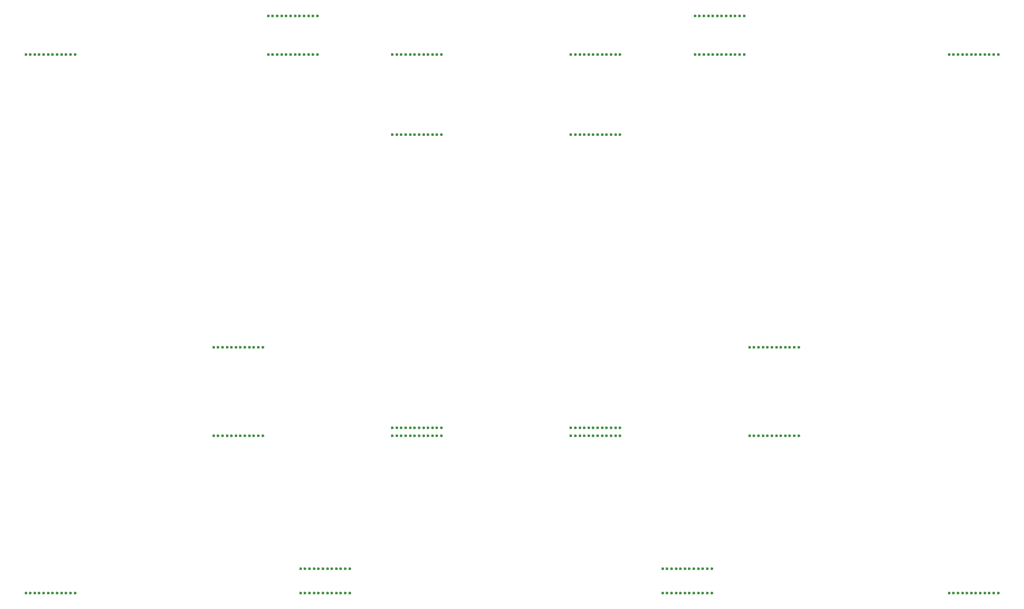
<source format=gbr>
%TF.GenerationSoftware,KiCad,Pcbnew,(6.0.1)*%
%TF.CreationDate,2022-02-27T14:43:08+09:00*%
%TF.ProjectId,ergotonic_f24_parts,6572676f-746f-46e6-9963-5f6632345f70,rev?*%
%TF.SameCoordinates,Original*%
%TF.FileFunction,Soldermask,Bot*%
%TF.FilePolarity,Negative*%
%FSLAX46Y46*%
G04 Gerber Fmt 4.6, Leading zero omitted, Abs format (unit mm)*
G04 Created by KiCad (PCBNEW (6.0.1)) date 2022-02-27 14:43:08*
%MOMM*%
%LPD*%
G01*
G04 APERTURE LIST*
%ADD10C,0.600000*%
G04 APERTURE END LIST*
D10*
%TO.C,mb4*%
X37908000Y-110021000D03*
X39708000Y-110021000D03*
X38808000Y-110021000D03*
X31608000Y-110021000D03*
X37008000Y-110021000D03*
X33408000Y-110021000D03*
X41508000Y-110021000D03*
X36108000Y-110021000D03*
X40608000Y-110021000D03*
X32508000Y-110021000D03*
X34308000Y-110021000D03*
X35208000Y-110021000D03*
%TD*%
%TO.C,mb23*%
X39922000Y-6179000D03*
X39022000Y-6179000D03*
X41722000Y-6179000D03*
X46222000Y-6179000D03*
X48022000Y-6179000D03*
X45322000Y-6179000D03*
X43522000Y-6179000D03*
X40822000Y-6179000D03*
X38122000Y-6179000D03*
X47122000Y-6179000D03*
X42622000Y-6179000D03*
X44422000Y-6179000D03*
%TD*%
%TO.C,mb13*%
X50043000Y-83139000D03*
X54543000Y-83139000D03*
X59043000Y-83139000D03*
X49143000Y-83139000D03*
X58143000Y-83139000D03*
X50943000Y-83139000D03*
X56343000Y-83139000D03*
X52743000Y-83139000D03*
X57243000Y-83139000D03*
X51843000Y-83139000D03*
X55443000Y-83139000D03*
X53643000Y-83139000D03*
%TD*%
%TO.C,mb8*%
X-94054000Y-114899000D03*
X-86854000Y-114899000D03*
X-94954000Y-114899000D03*
X-89554000Y-114899000D03*
X-91354000Y-114899000D03*
X-93154000Y-114899000D03*
X-95854000Y-114899000D03*
X-92254000Y-114899000D03*
X-87754000Y-114899000D03*
X-90454000Y-114899000D03*
X-88654000Y-114899000D03*
X-96754000Y-114899000D03*
%TD*%
%TO.C,mb21*%
X99249000Y-6179000D03*
X89349000Y-6179000D03*
X93849000Y-6179000D03*
X91149000Y-6179000D03*
X97449000Y-6179000D03*
X90249000Y-6179000D03*
X96549000Y-6179000D03*
X95649000Y-6179000D03*
X94749000Y-6179000D03*
X92949000Y-6179000D03*
X98349000Y-6179000D03*
X92049000Y-6179000D03*
%TD*%
%TO.C,mb29*%
X-39779000Y-6179000D03*
X-43379000Y-6179000D03*
X-41579000Y-6179000D03*
X-45179000Y-6179000D03*
X-37979000Y-6179000D03*
X-47879000Y-6179000D03*
X-42479000Y-6179000D03*
X-46079000Y-6179000D03*
X-44279000Y-6179000D03*
X-40679000Y-6179000D03*
X-46979000Y-6179000D03*
X-38879000Y-6179000D03*
%TD*%
%TO.C,mb15*%
X-58901000Y-83139000D03*
X-52601000Y-83139000D03*
X-51701000Y-83139000D03*
X-50801000Y-83139000D03*
X-49901000Y-83139000D03*
X-49001000Y-83139000D03*
X-56201000Y-83139000D03*
X-57101000Y-83139000D03*
X-58001000Y-83139000D03*
X-53501000Y-83139000D03*
X-55301000Y-83139000D03*
X-54401000Y-83139000D03*
%TD*%
%TO.C,mb17*%
X17621000Y-22394000D03*
X14021000Y-22394000D03*
X14921000Y-22394000D03*
X18521000Y-22394000D03*
X19421000Y-22394000D03*
X22121000Y-22394000D03*
X20321000Y-22394000D03*
X21221000Y-22394000D03*
X16721000Y-22394000D03*
X13121000Y-22394000D03*
X23021000Y-22394000D03*
X15821000Y-22394000D03*
%TD*%
%TO.C,mb26*%
X39021000Y1621000D03*
X38121000Y1621000D03*
X42621000Y1621000D03*
X45321000Y1621000D03*
X44421000Y1621000D03*
X47121000Y1621000D03*
X43521000Y1621000D03*
X41721000Y1621000D03*
X39921000Y1621000D03*
X48021000Y1621000D03*
X46221000Y1621000D03*
X40821000Y1621000D03*
%TD*%
%TO.C,mb12*%
X-21079000Y-81539000D03*
X-17479000Y-81539000D03*
X-18379000Y-81539000D03*
X-12979000Y-81539000D03*
X-14779000Y-81539000D03*
X-13879000Y-81539000D03*
X-19279000Y-81539000D03*
X-15679000Y-81539000D03*
X-21979000Y-81539000D03*
X-22879000Y-81539000D03*
X-20179000Y-81539000D03*
X-16579000Y-81539000D03*
%TD*%
%TO.C,mb30*%
X-37979000Y1621000D03*
X-47879000Y1621000D03*
X-43379000Y1621000D03*
X-39779000Y1621000D03*
X-38879000Y1621000D03*
X-42479000Y1621000D03*
X-45179000Y1621000D03*
X-41579000Y1621000D03*
X-46079000Y1621000D03*
X-44279000Y1621000D03*
X-40679000Y1621000D03*
X-46979000Y1621000D03*
%TD*%
%TO.C,mb14*%
X57243000Y-65322000D03*
X54543000Y-65322000D03*
X56343000Y-65322000D03*
X50043000Y-65322000D03*
X49143000Y-65322000D03*
X59043000Y-65322000D03*
X50943000Y-65322000D03*
X52743000Y-65322000D03*
X53643000Y-65322000D03*
X51843000Y-65322000D03*
X58143000Y-65322000D03*
X55443000Y-65322000D03*
%TD*%
%TO.C,mb9*%
X22121000Y-83139000D03*
X18521000Y-83139000D03*
X14021000Y-83139000D03*
X19421000Y-83139000D03*
X15821000Y-83139000D03*
X16721000Y-83139000D03*
X17621000Y-83139000D03*
X23021000Y-83139000D03*
X21221000Y-83139000D03*
X20321000Y-83139000D03*
X13121000Y-83139000D03*
X14921000Y-83139000D03*
%TD*%
%TO.C,mb19*%
X-21079000Y-22394000D03*
X-15679000Y-22394000D03*
X-12979000Y-22394000D03*
X-18379000Y-22394000D03*
X-17479000Y-22394000D03*
X-22879000Y-22394000D03*
X-13879000Y-22394000D03*
X-20179000Y-22394000D03*
X-16579000Y-22394000D03*
X-19279000Y-22394000D03*
X-21979000Y-22394000D03*
X-14779000Y-22394000D03*
%TD*%
%TO.C,mb10*%
X20321000Y-81539000D03*
X22121000Y-81539000D03*
X16721000Y-81539000D03*
X13121000Y-81539000D03*
X17621000Y-81539000D03*
X14921000Y-81539000D03*
X23021000Y-81539000D03*
X15821000Y-81539000D03*
X18521000Y-81539000D03*
X19421000Y-81539000D03*
X14021000Y-81539000D03*
X21221000Y-81539000D03*
%TD*%
%TO.C,mb20*%
X-20179000Y-6179000D03*
X-16579000Y-6179000D03*
X-14779000Y-6179000D03*
X-21979000Y-6179000D03*
X-18379000Y-6179000D03*
X-22879000Y-6179000D03*
X-21079000Y-6179000D03*
X-19279000Y-6179000D03*
X-12979000Y-6179000D03*
X-13879000Y-6179000D03*
X-17479000Y-6179000D03*
X-15679000Y-6179000D03*
%TD*%
%TO.C,mb27*%
X-86854000Y-6179000D03*
X-91354000Y-6179000D03*
X-87754000Y-6179000D03*
X-96754000Y-6179000D03*
X-94954000Y-6179000D03*
X-94054000Y-6179000D03*
X-95854000Y-6179000D03*
X-88654000Y-6179000D03*
X-89554000Y-6179000D03*
X-92254000Y-6179000D03*
X-90454000Y-6179000D03*
X-93154000Y-6179000D03*
%TD*%
%TO.C,mb2*%
X-32366000Y-109996000D03*
X-36866000Y-109996000D03*
X-31466000Y-109996000D03*
X-34166000Y-109996000D03*
X-35066000Y-109996000D03*
X-33266000Y-109996000D03*
X-39566000Y-109996000D03*
X-38666000Y-109996000D03*
X-41366000Y-109996000D03*
X-35966000Y-109996000D03*
X-40466000Y-109996000D03*
X-37766000Y-109996000D03*
%TD*%
%TO.C,mb16*%
X-49901000Y-65322000D03*
X-53501000Y-65322000D03*
X-50801000Y-65322000D03*
X-49001000Y-65322000D03*
X-55301000Y-65322000D03*
X-52601000Y-65322000D03*
X-54401000Y-65322000D03*
X-57101000Y-65322000D03*
X-58001000Y-65322000D03*
X-58901000Y-65322000D03*
X-51701000Y-65322000D03*
X-56201000Y-65322000D03*
%TD*%
%TO.C,mb18*%
X14021000Y-6179000D03*
X19421000Y-6179000D03*
X20321000Y-6179000D03*
X14921000Y-6179000D03*
X15821000Y-6179000D03*
X17621000Y-6179000D03*
X13121000Y-6179000D03*
X21221000Y-6179000D03*
X23021000Y-6179000D03*
X18521000Y-6179000D03*
X22121000Y-6179000D03*
X16721000Y-6179000D03*
%TD*%
%TO.C,mb1*%
X-32366000Y-114899000D03*
X-31466000Y-114899000D03*
X-35966000Y-114899000D03*
X-37766000Y-114899000D03*
X-35066000Y-114899000D03*
X-33266000Y-114899000D03*
X-34166000Y-114899000D03*
X-39566000Y-114899000D03*
X-36866000Y-114899000D03*
X-40466000Y-114899000D03*
X-41366000Y-114899000D03*
X-38666000Y-114899000D03*
%TD*%
%TO.C,mb6*%
X92049000Y-114899000D03*
X92949000Y-114899000D03*
X99249000Y-114899000D03*
X97449000Y-114899000D03*
X98349000Y-114899000D03*
X91149000Y-114899000D03*
X95649000Y-114899000D03*
X94749000Y-114899000D03*
X96549000Y-114899000D03*
X90249000Y-114899000D03*
X89349000Y-114899000D03*
X93849000Y-114899000D03*
%TD*%
%TO.C,mb11*%
X-12979000Y-83139000D03*
X-16579000Y-83139000D03*
X-13879000Y-83139000D03*
X-21079000Y-83139000D03*
X-14779000Y-83139000D03*
X-21979000Y-83139000D03*
X-22879000Y-83139000D03*
X-18379000Y-83139000D03*
X-20179000Y-83139000D03*
X-19279000Y-83139000D03*
X-15679000Y-83139000D03*
X-17479000Y-83139000D03*
%TD*%
%TO.C,mb3*%
X37008000Y-114899000D03*
X35208000Y-114899000D03*
X31608000Y-114899000D03*
X38808000Y-114899000D03*
X34308000Y-114899000D03*
X41508000Y-114899000D03*
X33408000Y-114899000D03*
X36108000Y-114899000D03*
X39708000Y-114899000D03*
X40608000Y-114899000D03*
X37908000Y-114899000D03*
X32508000Y-114899000D03*
%TD*%
M02*

</source>
